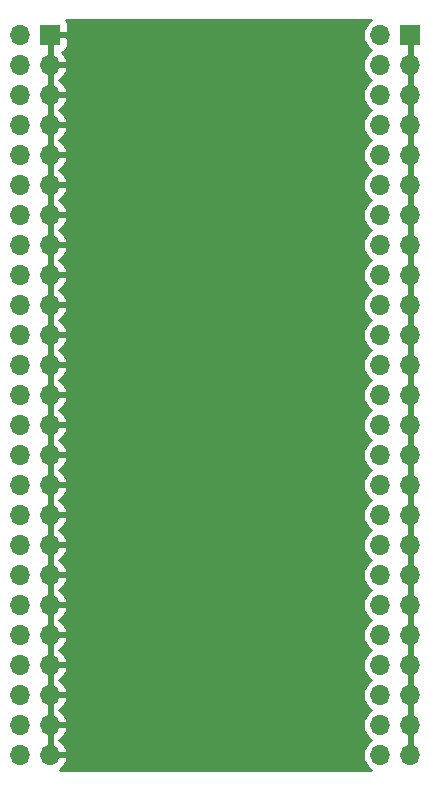
<source format=gbr>
G04 #@! TF.GenerationSoftware,KiCad,Pcbnew,(5.1.5)-3*
G04 #@! TF.CreationDate,2020-03-01T15:46:39+00:00*
G04 #@! TF.ProjectId,SCSIConnector,53435349-436f-46e6-9e65-63746f722e6b,rev?*
G04 #@! TF.SameCoordinates,Original*
G04 #@! TF.FileFunction,Copper,L2,Bot*
G04 #@! TF.FilePolarity,Positive*
%FSLAX46Y46*%
G04 Gerber Fmt 4.6, Leading zero omitted, Abs format (unit mm)*
G04 Created by KiCad (PCBNEW (5.1.5)-3) date 2020-03-01 15:46:39*
%MOMM*%
%LPD*%
G04 APERTURE LIST*
%ADD10O,1.700000X1.700000*%
%ADD11R,1.700000X1.700000*%
%ADD12C,0.250000*%
%ADD13C,0.254000*%
G04 APERTURE END LIST*
D10*
X148590000Y-91440000D03*
X151130000Y-91440000D03*
X148590000Y-88900000D03*
X151130000Y-88900000D03*
X148590000Y-86360000D03*
X151130000Y-86360000D03*
X148590000Y-83820000D03*
X151130000Y-83820000D03*
X148590000Y-81280000D03*
X151130000Y-81280000D03*
X148590000Y-78740000D03*
X151130000Y-78740000D03*
X148590000Y-76200000D03*
X151130000Y-76200000D03*
X148590000Y-73660000D03*
X151130000Y-73660000D03*
X148590000Y-71120000D03*
X151130000Y-71120000D03*
X148590000Y-68580000D03*
X151130000Y-68580000D03*
X148590000Y-66040000D03*
X151130000Y-66040000D03*
X148590000Y-63500000D03*
X151130000Y-63500000D03*
X148590000Y-60960000D03*
X151130000Y-60960000D03*
X148590000Y-58420000D03*
X151130000Y-58420000D03*
X148590000Y-55880000D03*
X151130000Y-55880000D03*
X148590000Y-53340000D03*
X151130000Y-53340000D03*
X148590000Y-50800000D03*
X151130000Y-50800000D03*
X148590000Y-48260000D03*
X151130000Y-48260000D03*
X148590000Y-45720000D03*
X151130000Y-45720000D03*
X148590000Y-43180000D03*
X151130000Y-43180000D03*
X148590000Y-40640000D03*
X151130000Y-40640000D03*
X148590000Y-38100000D03*
X151130000Y-38100000D03*
X148590000Y-35560000D03*
X151130000Y-35560000D03*
X148590000Y-33020000D03*
X151130000Y-33020000D03*
X148590000Y-30480000D03*
D11*
X151130000Y-30480000D03*
D10*
X118110000Y-91440000D03*
X120650000Y-91440000D03*
X118110000Y-88900000D03*
X120650000Y-88900000D03*
X118110000Y-86360000D03*
X120650000Y-86360000D03*
X118110000Y-83820000D03*
X120650000Y-83820000D03*
X118110000Y-81280000D03*
X120650000Y-81280000D03*
X118110000Y-78740000D03*
X120650000Y-78740000D03*
X118110000Y-76200000D03*
X120650000Y-76200000D03*
X118110000Y-73660000D03*
X120650000Y-73660000D03*
X118110000Y-71120000D03*
X120650000Y-71120000D03*
X118110000Y-68580000D03*
X120650000Y-68580000D03*
X118110000Y-66040000D03*
X120650000Y-66040000D03*
X118110000Y-63500000D03*
X120650000Y-63500000D03*
X118110000Y-60960000D03*
X120650000Y-60960000D03*
X118110000Y-58420000D03*
X120650000Y-58420000D03*
X118110000Y-55880000D03*
X120650000Y-55880000D03*
X118110000Y-53340000D03*
X120650000Y-53340000D03*
X118110000Y-50800000D03*
X120650000Y-50800000D03*
X118110000Y-48260000D03*
X120650000Y-48260000D03*
X118110000Y-45720000D03*
X120650000Y-45720000D03*
X118110000Y-43180000D03*
X120650000Y-43180000D03*
X118110000Y-40640000D03*
X120650000Y-40640000D03*
X118110000Y-38100000D03*
X120650000Y-38100000D03*
X118110000Y-35560000D03*
X120650000Y-35560000D03*
X118110000Y-33020000D03*
X120650000Y-33020000D03*
X118110000Y-30480000D03*
D11*
X120650000Y-30480000D03*
D12*
X151130000Y-30480000D02*
X151130000Y-91440000D01*
X120650000Y-31580000D02*
X120650000Y-91440000D01*
X120650000Y-30480000D02*
X120650000Y-31580000D01*
D13*
G36*
X147643368Y-29326525D02*
G01*
X147436525Y-29533368D01*
X147274010Y-29776589D01*
X147162068Y-30046842D01*
X147105000Y-30333740D01*
X147105000Y-30626260D01*
X147162068Y-30913158D01*
X147274010Y-31183411D01*
X147436525Y-31426632D01*
X147643368Y-31633475D01*
X147817760Y-31750000D01*
X147643368Y-31866525D01*
X147436525Y-32073368D01*
X147274010Y-32316589D01*
X147162068Y-32586842D01*
X147105000Y-32873740D01*
X147105000Y-33166260D01*
X147162068Y-33453158D01*
X147274010Y-33723411D01*
X147436525Y-33966632D01*
X147643368Y-34173475D01*
X147817760Y-34290000D01*
X147643368Y-34406525D01*
X147436525Y-34613368D01*
X147274010Y-34856589D01*
X147162068Y-35126842D01*
X147105000Y-35413740D01*
X147105000Y-35706260D01*
X147162068Y-35993158D01*
X147274010Y-36263411D01*
X147436525Y-36506632D01*
X147643368Y-36713475D01*
X147817760Y-36830000D01*
X147643368Y-36946525D01*
X147436525Y-37153368D01*
X147274010Y-37396589D01*
X147162068Y-37666842D01*
X147105000Y-37953740D01*
X147105000Y-38246260D01*
X147162068Y-38533158D01*
X147274010Y-38803411D01*
X147436525Y-39046632D01*
X147643368Y-39253475D01*
X147817760Y-39370000D01*
X147643368Y-39486525D01*
X147436525Y-39693368D01*
X147274010Y-39936589D01*
X147162068Y-40206842D01*
X147105000Y-40493740D01*
X147105000Y-40786260D01*
X147162068Y-41073158D01*
X147274010Y-41343411D01*
X147436525Y-41586632D01*
X147643368Y-41793475D01*
X147817760Y-41910000D01*
X147643368Y-42026525D01*
X147436525Y-42233368D01*
X147274010Y-42476589D01*
X147162068Y-42746842D01*
X147105000Y-43033740D01*
X147105000Y-43326260D01*
X147162068Y-43613158D01*
X147274010Y-43883411D01*
X147436525Y-44126632D01*
X147643368Y-44333475D01*
X147817760Y-44450000D01*
X147643368Y-44566525D01*
X147436525Y-44773368D01*
X147274010Y-45016589D01*
X147162068Y-45286842D01*
X147105000Y-45573740D01*
X147105000Y-45866260D01*
X147162068Y-46153158D01*
X147274010Y-46423411D01*
X147436525Y-46666632D01*
X147643368Y-46873475D01*
X147817760Y-46990000D01*
X147643368Y-47106525D01*
X147436525Y-47313368D01*
X147274010Y-47556589D01*
X147162068Y-47826842D01*
X147105000Y-48113740D01*
X147105000Y-48406260D01*
X147162068Y-48693158D01*
X147274010Y-48963411D01*
X147436525Y-49206632D01*
X147643368Y-49413475D01*
X147817760Y-49530000D01*
X147643368Y-49646525D01*
X147436525Y-49853368D01*
X147274010Y-50096589D01*
X147162068Y-50366842D01*
X147105000Y-50653740D01*
X147105000Y-50946260D01*
X147162068Y-51233158D01*
X147274010Y-51503411D01*
X147436525Y-51746632D01*
X147643368Y-51953475D01*
X147817760Y-52070000D01*
X147643368Y-52186525D01*
X147436525Y-52393368D01*
X147274010Y-52636589D01*
X147162068Y-52906842D01*
X147105000Y-53193740D01*
X147105000Y-53486260D01*
X147162068Y-53773158D01*
X147274010Y-54043411D01*
X147436525Y-54286632D01*
X147643368Y-54493475D01*
X147817760Y-54610000D01*
X147643368Y-54726525D01*
X147436525Y-54933368D01*
X147274010Y-55176589D01*
X147162068Y-55446842D01*
X147105000Y-55733740D01*
X147105000Y-56026260D01*
X147162068Y-56313158D01*
X147274010Y-56583411D01*
X147436525Y-56826632D01*
X147643368Y-57033475D01*
X147817760Y-57150000D01*
X147643368Y-57266525D01*
X147436525Y-57473368D01*
X147274010Y-57716589D01*
X147162068Y-57986842D01*
X147105000Y-58273740D01*
X147105000Y-58566260D01*
X147162068Y-58853158D01*
X147274010Y-59123411D01*
X147436525Y-59366632D01*
X147643368Y-59573475D01*
X147817760Y-59690000D01*
X147643368Y-59806525D01*
X147436525Y-60013368D01*
X147274010Y-60256589D01*
X147162068Y-60526842D01*
X147105000Y-60813740D01*
X147105000Y-61106260D01*
X147162068Y-61393158D01*
X147274010Y-61663411D01*
X147436525Y-61906632D01*
X147643368Y-62113475D01*
X147817760Y-62230000D01*
X147643368Y-62346525D01*
X147436525Y-62553368D01*
X147274010Y-62796589D01*
X147162068Y-63066842D01*
X147105000Y-63353740D01*
X147105000Y-63646260D01*
X147162068Y-63933158D01*
X147274010Y-64203411D01*
X147436525Y-64446632D01*
X147643368Y-64653475D01*
X147817760Y-64770000D01*
X147643368Y-64886525D01*
X147436525Y-65093368D01*
X147274010Y-65336589D01*
X147162068Y-65606842D01*
X147105000Y-65893740D01*
X147105000Y-66186260D01*
X147162068Y-66473158D01*
X147274010Y-66743411D01*
X147436525Y-66986632D01*
X147643368Y-67193475D01*
X147817760Y-67310000D01*
X147643368Y-67426525D01*
X147436525Y-67633368D01*
X147274010Y-67876589D01*
X147162068Y-68146842D01*
X147105000Y-68433740D01*
X147105000Y-68726260D01*
X147162068Y-69013158D01*
X147274010Y-69283411D01*
X147436525Y-69526632D01*
X147643368Y-69733475D01*
X147817760Y-69850000D01*
X147643368Y-69966525D01*
X147436525Y-70173368D01*
X147274010Y-70416589D01*
X147162068Y-70686842D01*
X147105000Y-70973740D01*
X147105000Y-71266260D01*
X147162068Y-71553158D01*
X147274010Y-71823411D01*
X147436525Y-72066632D01*
X147643368Y-72273475D01*
X147817760Y-72390000D01*
X147643368Y-72506525D01*
X147436525Y-72713368D01*
X147274010Y-72956589D01*
X147162068Y-73226842D01*
X147105000Y-73513740D01*
X147105000Y-73806260D01*
X147162068Y-74093158D01*
X147274010Y-74363411D01*
X147436525Y-74606632D01*
X147643368Y-74813475D01*
X147817760Y-74930000D01*
X147643368Y-75046525D01*
X147436525Y-75253368D01*
X147274010Y-75496589D01*
X147162068Y-75766842D01*
X147105000Y-76053740D01*
X147105000Y-76346260D01*
X147162068Y-76633158D01*
X147274010Y-76903411D01*
X147436525Y-77146632D01*
X147643368Y-77353475D01*
X147817760Y-77470000D01*
X147643368Y-77586525D01*
X147436525Y-77793368D01*
X147274010Y-78036589D01*
X147162068Y-78306842D01*
X147105000Y-78593740D01*
X147105000Y-78886260D01*
X147162068Y-79173158D01*
X147274010Y-79443411D01*
X147436525Y-79686632D01*
X147643368Y-79893475D01*
X147817760Y-80010000D01*
X147643368Y-80126525D01*
X147436525Y-80333368D01*
X147274010Y-80576589D01*
X147162068Y-80846842D01*
X147105000Y-81133740D01*
X147105000Y-81426260D01*
X147162068Y-81713158D01*
X147274010Y-81983411D01*
X147436525Y-82226632D01*
X147643368Y-82433475D01*
X147817760Y-82550000D01*
X147643368Y-82666525D01*
X147436525Y-82873368D01*
X147274010Y-83116589D01*
X147162068Y-83386842D01*
X147105000Y-83673740D01*
X147105000Y-83966260D01*
X147162068Y-84253158D01*
X147274010Y-84523411D01*
X147436525Y-84766632D01*
X147643368Y-84973475D01*
X147817760Y-85090000D01*
X147643368Y-85206525D01*
X147436525Y-85413368D01*
X147274010Y-85656589D01*
X147162068Y-85926842D01*
X147105000Y-86213740D01*
X147105000Y-86506260D01*
X147162068Y-86793158D01*
X147274010Y-87063411D01*
X147436525Y-87306632D01*
X147643368Y-87513475D01*
X147817760Y-87630000D01*
X147643368Y-87746525D01*
X147436525Y-87953368D01*
X147274010Y-88196589D01*
X147162068Y-88466842D01*
X147105000Y-88753740D01*
X147105000Y-89046260D01*
X147162068Y-89333158D01*
X147274010Y-89603411D01*
X147436525Y-89846632D01*
X147643368Y-90053475D01*
X147817760Y-90170000D01*
X147643368Y-90286525D01*
X147436525Y-90493368D01*
X147274010Y-90736589D01*
X147162068Y-91006842D01*
X147105000Y-91293740D01*
X147105000Y-91586260D01*
X147162068Y-91873158D01*
X147274010Y-92143411D01*
X147436525Y-92386632D01*
X147643368Y-92593475D01*
X147780345Y-92685000D01*
X121447715Y-92685000D01*
X121531355Y-92635178D01*
X121747588Y-92440269D01*
X121921641Y-92206920D01*
X122046825Y-91944099D01*
X122091476Y-91796890D01*
X121970155Y-91567000D01*
X120777000Y-91567000D01*
X120777000Y-91587000D01*
X120523000Y-91587000D01*
X120523000Y-91567000D01*
X120503000Y-91567000D01*
X120503000Y-91313000D01*
X120523000Y-91313000D01*
X120523000Y-89027000D01*
X120777000Y-89027000D01*
X120777000Y-91313000D01*
X121970155Y-91313000D01*
X122091476Y-91083110D01*
X122046825Y-90935901D01*
X121921641Y-90673080D01*
X121747588Y-90439731D01*
X121531355Y-90244822D01*
X121405745Y-90170000D01*
X121531355Y-90095178D01*
X121747588Y-89900269D01*
X121921641Y-89666920D01*
X122046825Y-89404099D01*
X122091476Y-89256890D01*
X121970155Y-89027000D01*
X120777000Y-89027000D01*
X120523000Y-89027000D01*
X120503000Y-89027000D01*
X120503000Y-88773000D01*
X120523000Y-88773000D01*
X120523000Y-86487000D01*
X120777000Y-86487000D01*
X120777000Y-88773000D01*
X121970155Y-88773000D01*
X122091476Y-88543110D01*
X122046825Y-88395901D01*
X121921641Y-88133080D01*
X121747588Y-87899731D01*
X121531355Y-87704822D01*
X121405745Y-87630000D01*
X121531355Y-87555178D01*
X121747588Y-87360269D01*
X121921641Y-87126920D01*
X122046825Y-86864099D01*
X122091476Y-86716890D01*
X121970155Y-86487000D01*
X120777000Y-86487000D01*
X120523000Y-86487000D01*
X120503000Y-86487000D01*
X120503000Y-86233000D01*
X120523000Y-86233000D01*
X120523000Y-83947000D01*
X120777000Y-83947000D01*
X120777000Y-86233000D01*
X121970155Y-86233000D01*
X122091476Y-86003110D01*
X122046825Y-85855901D01*
X121921641Y-85593080D01*
X121747588Y-85359731D01*
X121531355Y-85164822D01*
X121405745Y-85090000D01*
X121531355Y-85015178D01*
X121747588Y-84820269D01*
X121921641Y-84586920D01*
X122046825Y-84324099D01*
X122091476Y-84176890D01*
X121970155Y-83947000D01*
X120777000Y-83947000D01*
X120523000Y-83947000D01*
X120503000Y-83947000D01*
X120503000Y-83693000D01*
X120523000Y-83693000D01*
X120523000Y-81407000D01*
X120777000Y-81407000D01*
X120777000Y-83693000D01*
X121970155Y-83693000D01*
X122091476Y-83463110D01*
X122046825Y-83315901D01*
X121921641Y-83053080D01*
X121747588Y-82819731D01*
X121531355Y-82624822D01*
X121405745Y-82550000D01*
X121531355Y-82475178D01*
X121747588Y-82280269D01*
X121921641Y-82046920D01*
X122046825Y-81784099D01*
X122091476Y-81636890D01*
X121970155Y-81407000D01*
X120777000Y-81407000D01*
X120523000Y-81407000D01*
X120503000Y-81407000D01*
X120503000Y-81153000D01*
X120523000Y-81153000D01*
X120523000Y-78867000D01*
X120777000Y-78867000D01*
X120777000Y-81153000D01*
X121970155Y-81153000D01*
X122091476Y-80923110D01*
X122046825Y-80775901D01*
X121921641Y-80513080D01*
X121747588Y-80279731D01*
X121531355Y-80084822D01*
X121405745Y-80010000D01*
X121531355Y-79935178D01*
X121747588Y-79740269D01*
X121921641Y-79506920D01*
X122046825Y-79244099D01*
X122091476Y-79096890D01*
X121970155Y-78867000D01*
X120777000Y-78867000D01*
X120523000Y-78867000D01*
X120503000Y-78867000D01*
X120503000Y-78613000D01*
X120523000Y-78613000D01*
X120523000Y-76327000D01*
X120777000Y-76327000D01*
X120777000Y-78613000D01*
X121970155Y-78613000D01*
X122091476Y-78383110D01*
X122046825Y-78235901D01*
X121921641Y-77973080D01*
X121747588Y-77739731D01*
X121531355Y-77544822D01*
X121405745Y-77470000D01*
X121531355Y-77395178D01*
X121747588Y-77200269D01*
X121921641Y-76966920D01*
X122046825Y-76704099D01*
X122091476Y-76556890D01*
X121970155Y-76327000D01*
X120777000Y-76327000D01*
X120523000Y-76327000D01*
X120503000Y-76327000D01*
X120503000Y-76073000D01*
X120523000Y-76073000D01*
X120523000Y-73787000D01*
X120777000Y-73787000D01*
X120777000Y-76073000D01*
X121970155Y-76073000D01*
X122091476Y-75843110D01*
X122046825Y-75695901D01*
X121921641Y-75433080D01*
X121747588Y-75199731D01*
X121531355Y-75004822D01*
X121405745Y-74930000D01*
X121531355Y-74855178D01*
X121747588Y-74660269D01*
X121921641Y-74426920D01*
X122046825Y-74164099D01*
X122091476Y-74016890D01*
X121970155Y-73787000D01*
X120777000Y-73787000D01*
X120523000Y-73787000D01*
X120503000Y-73787000D01*
X120503000Y-73533000D01*
X120523000Y-73533000D01*
X120523000Y-71247000D01*
X120777000Y-71247000D01*
X120777000Y-73533000D01*
X121970155Y-73533000D01*
X122091476Y-73303110D01*
X122046825Y-73155901D01*
X121921641Y-72893080D01*
X121747588Y-72659731D01*
X121531355Y-72464822D01*
X121405745Y-72390000D01*
X121531355Y-72315178D01*
X121747588Y-72120269D01*
X121921641Y-71886920D01*
X122046825Y-71624099D01*
X122091476Y-71476890D01*
X121970155Y-71247000D01*
X120777000Y-71247000D01*
X120523000Y-71247000D01*
X120503000Y-71247000D01*
X120503000Y-70993000D01*
X120523000Y-70993000D01*
X120523000Y-68707000D01*
X120777000Y-68707000D01*
X120777000Y-70993000D01*
X121970155Y-70993000D01*
X122091476Y-70763110D01*
X122046825Y-70615901D01*
X121921641Y-70353080D01*
X121747588Y-70119731D01*
X121531355Y-69924822D01*
X121405745Y-69850000D01*
X121531355Y-69775178D01*
X121747588Y-69580269D01*
X121921641Y-69346920D01*
X122046825Y-69084099D01*
X122091476Y-68936890D01*
X121970155Y-68707000D01*
X120777000Y-68707000D01*
X120523000Y-68707000D01*
X120503000Y-68707000D01*
X120503000Y-68453000D01*
X120523000Y-68453000D01*
X120523000Y-66167000D01*
X120777000Y-66167000D01*
X120777000Y-68453000D01*
X121970155Y-68453000D01*
X122091476Y-68223110D01*
X122046825Y-68075901D01*
X121921641Y-67813080D01*
X121747588Y-67579731D01*
X121531355Y-67384822D01*
X121405745Y-67310000D01*
X121531355Y-67235178D01*
X121747588Y-67040269D01*
X121921641Y-66806920D01*
X122046825Y-66544099D01*
X122091476Y-66396890D01*
X121970155Y-66167000D01*
X120777000Y-66167000D01*
X120523000Y-66167000D01*
X120503000Y-66167000D01*
X120503000Y-65913000D01*
X120523000Y-65913000D01*
X120523000Y-63627000D01*
X120777000Y-63627000D01*
X120777000Y-65913000D01*
X121970155Y-65913000D01*
X122091476Y-65683110D01*
X122046825Y-65535901D01*
X121921641Y-65273080D01*
X121747588Y-65039731D01*
X121531355Y-64844822D01*
X121405745Y-64770000D01*
X121531355Y-64695178D01*
X121747588Y-64500269D01*
X121921641Y-64266920D01*
X122046825Y-64004099D01*
X122091476Y-63856890D01*
X121970155Y-63627000D01*
X120777000Y-63627000D01*
X120523000Y-63627000D01*
X120503000Y-63627000D01*
X120503000Y-63373000D01*
X120523000Y-63373000D01*
X120523000Y-61087000D01*
X120777000Y-61087000D01*
X120777000Y-63373000D01*
X121970155Y-63373000D01*
X122091476Y-63143110D01*
X122046825Y-62995901D01*
X121921641Y-62733080D01*
X121747588Y-62499731D01*
X121531355Y-62304822D01*
X121405745Y-62230000D01*
X121531355Y-62155178D01*
X121747588Y-61960269D01*
X121921641Y-61726920D01*
X122046825Y-61464099D01*
X122091476Y-61316890D01*
X121970155Y-61087000D01*
X120777000Y-61087000D01*
X120523000Y-61087000D01*
X120503000Y-61087000D01*
X120503000Y-60833000D01*
X120523000Y-60833000D01*
X120523000Y-58547000D01*
X120777000Y-58547000D01*
X120777000Y-60833000D01*
X121970155Y-60833000D01*
X122091476Y-60603110D01*
X122046825Y-60455901D01*
X121921641Y-60193080D01*
X121747588Y-59959731D01*
X121531355Y-59764822D01*
X121405745Y-59690000D01*
X121531355Y-59615178D01*
X121747588Y-59420269D01*
X121921641Y-59186920D01*
X122046825Y-58924099D01*
X122091476Y-58776890D01*
X121970155Y-58547000D01*
X120777000Y-58547000D01*
X120523000Y-58547000D01*
X120503000Y-58547000D01*
X120503000Y-58293000D01*
X120523000Y-58293000D01*
X120523000Y-56007000D01*
X120777000Y-56007000D01*
X120777000Y-58293000D01*
X121970155Y-58293000D01*
X122091476Y-58063110D01*
X122046825Y-57915901D01*
X121921641Y-57653080D01*
X121747588Y-57419731D01*
X121531355Y-57224822D01*
X121405745Y-57150000D01*
X121531355Y-57075178D01*
X121747588Y-56880269D01*
X121921641Y-56646920D01*
X122046825Y-56384099D01*
X122091476Y-56236890D01*
X121970155Y-56007000D01*
X120777000Y-56007000D01*
X120523000Y-56007000D01*
X120503000Y-56007000D01*
X120503000Y-55753000D01*
X120523000Y-55753000D01*
X120523000Y-53467000D01*
X120777000Y-53467000D01*
X120777000Y-55753000D01*
X121970155Y-55753000D01*
X122091476Y-55523110D01*
X122046825Y-55375901D01*
X121921641Y-55113080D01*
X121747588Y-54879731D01*
X121531355Y-54684822D01*
X121405745Y-54610000D01*
X121531355Y-54535178D01*
X121747588Y-54340269D01*
X121921641Y-54106920D01*
X122046825Y-53844099D01*
X122091476Y-53696890D01*
X121970155Y-53467000D01*
X120777000Y-53467000D01*
X120523000Y-53467000D01*
X120503000Y-53467000D01*
X120503000Y-53213000D01*
X120523000Y-53213000D01*
X120523000Y-50927000D01*
X120777000Y-50927000D01*
X120777000Y-53213000D01*
X121970155Y-53213000D01*
X122091476Y-52983110D01*
X122046825Y-52835901D01*
X121921641Y-52573080D01*
X121747588Y-52339731D01*
X121531355Y-52144822D01*
X121405745Y-52070000D01*
X121531355Y-51995178D01*
X121747588Y-51800269D01*
X121921641Y-51566920D01*
X122046825Y-51304099D01*
X122091476Y-51156890D01*
X121970155Y-50927000D01*
X120777000Y-50927000D01*
X120523000Y-50927000D01*
X120503000Y-50927000D01*
X120503000Y-50673000D01*
X120523000Y-50673000D01*
X120523000Y-48387000D01*
X120777000Y-48387000D01*
X120777000Y-50673000D01*
X121970155Y-50673000D01*
X122091476Y-50443110D01*
X122046825Y-50295901D01*
X121921641Y-50033080D01*
X121747588Y-49799731D01*
X121531355Y-49604822D01*
X121405745Y-49530000D01*
X121531355Y-49455178D01*
X121747588Y-49260269D01*
X121921641Y-49026920D01*
X122046825Y-48764099D01*
X122091476Y-48616890D01*
X121970155Y-48387000D01*
X120777000Y-48387000D01*
X120523000Y-48387000D01*
X120503000Y-48387000D01*
X120503000Y-48133000D01*
X120523000Y-48133000D01*
X120523000Y-45847000D01*
X120777000Y-45847000D01*
X120777000Y-48133000D01*
X121970155Y-48133000D01*
X122091476Y-47903110D01*
X122046825Y-47755901D01*
X121921641Y-47493080D01*
X121747588Y-47259731D01*
X121531355Y-47064822D01*
X121405745Y-46990000D01*
X121531355Y-46915178D01*
X121747588Y-46720269D01*
X121921641Y-46486920D01*
X122046825Y-46224099D01*
X122091476Y-46076890D01*
X121970155Y-45847000D01*
X120777000Y-45847000D01*
X120523000Y-45847000D01*
X120503000Y-45847000D01*
X120503000Y-45593000D01*
X120523000Y-45593000D01*
X120523000Y-43307000D01*
X120777000Y-43307000D01*
X120777000Y-45593000D01*
X121970155Y-45593000D01*
X122091476Y-45363110D01*
X122046825Y-45215901D01*
X121921641Y-44953080D01*
X121747588Y-44719731D01*
X121531355Y-44524822D01*
X121405745Y-44450000D01*
X121531355Y-44375178D01*
X121747588Y-44180269D01*
X121921641Y-43946920D01*
X122046825Y-43684099D01*
X122091476Y-43536890D01*
X121970155Y-43307000D01*
X120777000Y-43307000D01*
X120523000Y-43307000D01*
X120503000Y-43307000D01*
X120503000Y-43053000D01*
X120523000Y-43053000D01*
X120523000Y-40767000D01*
X120777000Y-40767000D01*
X120777000Y-43053000D01*
X121970155Y-43053000D01*
X122091476Y-42823110D01*
X122046825Y-42675901D01*
X121921641Y-42413080D01*
X121747588Y-42179731D01*
X121531355Y-41984822D01*
X121405745Y-41910000D01*
X121531355Y-41835178D01*
X121747588Y-41640269D01*
X121921641Y-41406920D01*
X122046825Y-41144099D01*
X122091476Y-40996890D01*
X121970155Y-40767000D01*
X120777000Y-40767000D01*
X120523000Y-40767000D01*
X120503000Y-40767000D01*
X120503000Y-40513000D01*
X120523000Y-40513000D01*
X120523000Y-38227000D01*
X120777000Y-38227000D01*
X120777000Y-40513000D01*
X121970155Y-40513000D01*
X122091476Y-40283110D01*
X122046825Y-40135901D01*
X121921641Y-39873080D01*
X121747588Y-39639731D01*
X121531355Y-39444822D01*
X121405745Y-39370000D01*
X121531355Y-39295178D01*
X121747588Y-39100269D01*
X121921641Y-38866920D01*
X122046825Y-38604099D01*
X122091476Y-38456890D01*
X121970155Y-38227000D01*
X120777000Y-38227000D01*
X120523000Y-38227000D01*
X120503000Y-38227000D01*
X120503000Y-37973000D01*
X120523000Y-37973000D01*
X120523000Y-35687000D01*
X120777000Y-35687000D01*
X120777000Y-37973000D01*
X121970155Y-37973000D01*
X122091476Y-37743110D01*
X122046825Y-37595901D01*
X121921641Y-37333080D01*
X121747588Y-37099731D01*
X121531355Y-36904822D01*
X121405745Y-36830000D01*
X121531355Y-36755178D01*
X121747588Y-36560269D01*
X121921641Y-36326920D01*
X122046825Y-36064099D01*
X122091476Y-35916890D01*
X121970155Y-35687000D01*
X120777000Y-35687000D01*
X120523000Y-35687000D01*
X120503000Y-35687000D01*
X120503000Y-35433000D01*
X120523000Y-35433000D01*
X120523000Y-33147000D01*
X120777000Y-33147000D01*
X120777000Y-35433000D01*
X121970155Y-35433000D01*
X122091476Y-35203110D01*
X122046825Y-35055901D01*
X121921641Y-34793080D01*
X121747588Y-34559731D01*
X121531355Y-34364822D01*
X121405745Y-34290000D01*
X121531355Y-34215178D01*
X121747588Y-34020269D01*
X121921641Y-33786920D01*
X122046825Y-33524099D01*
X122091476Y-33376890D01*
X121970155Y-33147000D01*
X120777000Y-33147000D01*
X120523000Y-33147000D01*
X120503000Y-33147000D01*
X120503000Y-32893000D01*
X120523000Y-32893000D01*
X120523000Y-30607000D01*
X120777000Y-30607000D01*
X120777000Y-32893000D01*
X121970155Y-32893000D01*
X122091476Y-32663110D01*
X122046825Y-32515901D01*
X121921641Y-32253080D01*
X121747588Y-32019731D01*
X121663534Y-31943966D01*
X121744180Y-31919502D01*
X121854494Y-31860537D01*
X121951185Y-31781185D01*
X122030537Y-31684494D01*
X122089502Y-31574180D01*
X122125812Y-31454482D01*
X122138072Y-31330000D01*
X122135000Y-30765750D01*
X121976250Y-30607000D01*
X120777000Y-30607000D01*
X120523000Y-30607000D01*
X120503000Y-30607000D01*
X120503000Y-30353000D01*
X120523000Y-30353000D01*
X120523000Y-30333000D01*
X120777000Y-30333000D01*
X120777000Y-30353000D01*
X121976250Y-30353000D01*
X122135000Y-30194250D01*
X122138072Y-29630000D01*
X122125812Y-29505518D01*
X122089502Y-29385820D01*
X122030537Y-29275506D01*
X121997295Y-29235000D01*
X147780345Y-29235000D01*
X147643368Y-29326525D01*
G37*
X147643368Y-29326525D02*
X147436525Y-29533368D01*
X147274010Y-29776589D01*
X147162068Y-30046842D01*
X147105000Y-30333740D01*
X147105000Y-30626260D01*
X147162068Y-30913158D01*
X147274010Y-31183411D01*
X147436525Y-31426632D01*
X147643368Y-31633475D01*
X147817760Y-31750000D01*
X147643368Y-31866525D01*
X147436525Y-32073368D01*
X147274010Y-32316589D01*
X147162068Y-32586842D01*
X147105000Y-32873740D01*
X147105000Y-33166260D01*
X147162068Y-33453158D01*
X147274010Y-33723411D01*
X147436525Y-33966632D01*
X147643368Y-34173475D01*
X147817760Y-34290000D01*
X147643368Y-34406525D01*
X147436525Y-34613368D01*
X147274010Y-34856589D01*
X147162068Y-35126842D01*
X147105000Y-35413740D01*
X147105000Y-35706260D01*
X147162068Y-35993158D01*
X147274010Y-36263411D01*
X147436525Y-36506632D01*
X147643368Y-36713475D01*
X147817760Y-36830000D01*
X147643368Y-36946525D01*
X147436525Y-37153368D01*
X147274010Y-37396589D01*
X147162068Y-37666842D01*
X147105000Y-37953740D01*
X147105000Y-38246260D01*
X147162068Y-38533158D01*
X147274010Y-38803411D01*
X147436525Y-39046632D01*
X147643368Y-39253475D01*
X147817760Y-39370000D01*
X147643368Y-39486525D01*
X147436525Y-39693368D01*
X147274010Y-39936589D01*
X147162068Y-40206842D01*
X147105000Y-40493740D01*
X147105000Y-40786260D01*
X147162068Y-41073158D01*
X147274010Y-41343411D01*
X147436525Y-41586632D01*
X147643368Y-41793475D01*
X147817760Y-41910000D01*
X147643368Y-42026525D01*
X147436525Y-42233368D01*
X147274010Y-42476589D01*
X147162068Y-42746842D01*
X147105000Y-43033740D01*
X147105000Y-43326260D01*
X147162068Y-43613158D01*
X147274010Y-43883411D01*
X147436525Y-44126632D01*
X147643368Y-44333475D01*
X147817760Y-44450000D01*
X147643368Y-44566525D01*
X147436525Y-44773368D01*
X147274010Y-45016589D01*
X147162068Y-45286842D01*
X147105000Y-45573740D01*
X147105000Y-45866260D01*
X147162068Y-46153158D01*
X147274010Y-46423411D01*
X147436525Y-46666632D01*
X147643368Y-46873475D01*
X147817760Y-46990000D01*
X147643368Y-47106525D01*
X147436525Y-47313368D01*
X147274010Y-47556589D01*
X147162068Y-47826842D01*
X147105000Y-48113740D01*
X147105000Y-48406260D01*
X147162068Y-48693158D01*
X147274010Y-48963411D01*
X147436525Y-49206632D01*
X147643368Y-49413475D01*
X147817760Y-49530000D01*
X147643368Y-49646525D01*
X147436525Y-49853368D01*
X147274010Y-50096589D01*
X147162068Y-50366842D01*
X147105000Y-50653740D01*
X147105000Y-50946260D01*
X147162068Y-51233158D01*
X147274010Y-51503411D01*
X147436525Y-51746632D01*
X147643368Y-51953475D01*
X147817760Y-52070000D01*
X147643368Y-52186525D01*
X147436525Y-52393368D01*
X147274010Y-52636589D01*
X147162068Y-52906842D01*
X147105000Y-53193740D01*
X147105000Y-53486260D01*
X147162068Y-53773158D01*
X147274010Y-54043411D01*
X147436525Y-54286632D01*
X147643368Y-54493475D01*
X147817760Y-54610000D01*
X147643368Y-54726525D01*
X147436525Y-54933368D01*
X147274010Y-55176589D01*
X147162068Y-55446842D01*
X147105000Y-55733740D01*
X147105000Y-56026260D01*
X147162068Y-56313158D01*
X147274010Y-56583411D01*
X147436525Y-56826632D01*
X147643368Y-57033475D01*
X147817760Y-57150000D01*
X147643368Y-57266525D01*
X147436525Y-57473368D01*
X147274010Y-57716589D01*
X147162068Y-57986842D01*
X147105000Y-58273740D01*
X147105000Y-58566260D01*
X147162068Y-58853158D01*
X147274010Y-59123411D01*
X147436525Y-59366632D01*
X147643368Y-59573475D01*
X147817760Y-59690000D01*
X147643368Y-59806525D01*
X147436525Y-60013368D01*
X147274010Y-60256589D01*
X147162068Y-60526842D01*
X147105000Y-60813740D01*
X147105000Y-61106260D01*
X147162068Y-61393158D01*
X147274010Y-61663411D01*
X147436525Y-61906632D01*
X147643368Y-62113475D01*
X147817760Y-62230000D01*
X147643368Y-62346525D01*
X147436525Y-62553368D01*
X147274010Y-62796589D01*
X147162068Y-63066842D01*
X147105000Y-63353740D01*
X147105000Y-63646260D01*
X147162068Y-63933158D01*
X147274010Y-64203411D01*
X147436525Y-64446632D01*
X147643368Y-64653475D01*
X147817760Y-64770000D01*
X147643368Y-64886525D01*
X147436525Y-65093368D01*
X147274010Y-65336589D01*
X147162068Y-65606842D01*
X147105000Y-65893740D01*
X147105000Y-66186260D01*
X147162068Y-66473158D01*
X147274010Y-66743411D01*
X147436525Y-66986632D01*
X147643368Y-67193475D01*
X147817760Y-67310000D01*
X147643368Y-67426525D01*
X147436525Y-67633368D01*
X147274010Y-67876589D01*
X147162068Y-68146842D01*
X147105000Y-68433740D01*
X147105000Y-68726260D01*
X147162068Y-69013158D01*
X147274010Y-69283411D01*
X147436525Y-69526632D01*
X147643368Y-69733475D01*
X147817760Y-69850000D01*
X147643368Y-69966525D01*
X147436525Y-70173368D01*
X147274010Y-70416589D01*
X147162068Y-70686842D01*
X147105000Y-70973740D01*
X147105000Y-71266260D01*
X147162068Y-71553158D01*
X147274010Y-71823411D01*
X147436525Y-72066632D01*
X147643368Y-72273475D01*
X147817760Y-72390000D01*
X147643368Y-72506525D01*
X147436525Y-72713368D01*
X147274010Y-72956589D01*
X147162068Y-73226842D01*
X147105000Y-73513740D01*
X147105000Y-73806260D01*
X147162068Y-74093158D01*
X147274010Y-74363411D01*
X147436525Y-74606632D01*
X147643368Y-74813475D01*
X147817760Y-74930000D01*
X147643368Y-75046525D01*
X147436525Y-75253368D01*
X147274010Y-75496589D01*
X147162068Y-75766842D01*
X147105000Y-76053740D01*
X147105000Y-76346260D01*
X147162068Y-76633158D01*
X147274010Y-76903411D01*
X147436525Y-77146632D01*
X147643368Y-77353475D01*
X147817760Y-77470000D01*
X147643368Y-77586525D01*
X147436525Y-77793368D01*
X147274010Y-78036589D01*
X147162068Y-78306842D01*
X147105000Y-78593740D01*
X147105000Y-78886260D01*
X147162068Y-79173158D01*
X147274010Y-79443411D01*
X147436525Y-79686632D01*
X147643368Y-79893475D01*
X147817760Y-80010000D01*
X147643368Y-80126525D01*
X147436525Y-80333368D01*
X147274010Y-80576589D01*
X147162068Y-80846842D01*
X147105000Y-81133740D01*
X147105000Y-81426260D01*
X147162068Y-81713158D01*
X147274010Y-81983411D01*
X147436525Y-82226632D01*
X147643368Y-82433475D01*
X147817760Y-82550000D01*
X147643368Y-82666525D01*
X147436525Y-82873368D01*
X147274010Y-83116589D01*
X147162068Y-83386842D01*
X147105000Y-83673740D01*
X147105000Y-83966260D01*
X147162068Y-84253158D01*
X147274010Y-84523411D01*
X147436525Y-84766632D01*
X147643368Y-84973475D01*
X147817760Y-85090000D01*
X147643368Y-85206525D01*
X147436525Y-85413368D01*
X147274010Y-85656589D01*
X147162068Y-85926842D01*
X147105000Y-86213740D01*
X147105000Y-86506260D01*
X147162068Y-86793158D01*
X147274010Y-87063411D01*
X147436525Y-87306632D01*
X147643368Y-87513475D01*
X147817760Y-87630000D01*
X147643368Y-87746525D01*
X147436525Y-87953368D01*
X147274010Y-88196589D01*
X147162068Y-88466842D01*
X147105000Y-88753740D01*
X147105000Y-89046260D01*
X147162068Y-89333158D01*
X147274010Y-89603411D01*
X147436525Y-89846632D01*
X147643368Y-90053475D01*
X147817760Y-90170000D01*
X147643368Y-90286525D01*
X147436525Y-90493368D01*
X147274010Y-90736589D01*
X147162068Y-91006842D01*
X147105000Y-91293740D01*
X147105000Y-91586260D01*
X147162068Y-91873158D01*
X147274010Y-92143411D01*
X147436525Y-92386632D01*
X147643368Y-92593475D01*
X147780345Y-92685000D01*
X121447715Y-92685000D01*
X121531355Y-92635178D01*
X121747588Y-92440269D01*
X121921641Y-92206920D01*
X122046825Y-91944099D01*
X122091476Y-91796890D01*
X121970155Y-91567000D01*
X120777000Y-91567000D01*
X120777000Y-91587000D01*
X120523000Y-91587000D01*
X120523000Y-91567000D01*
X120503000Y-91567000D01*
X120503000Y-91313000D01*
X120523000Y-91313000D01*
X120523000Y-89027000D01*
X120777000Y-89027000D01*
X120777000Y-91313000D01*
X121970155Y-91313000D01*
X122091476Y-91083110D01*
X122046825Y-90935901D01*
X121921641Y-90673080D01*
X121747588Y-90439731D01*
X121531355Y-90244822D01*
X121405745Y-90170000D01*
X121531355Y-90095178D01*
X121747588Y-89900269D01*
X121921641Y-89666920D01*
X122046825Y-89404099D01*
X122091476Y-89256890D01*
X121970155Y-89027000D01*
X120777000Y-89027000D01*
X120523000Y-89027000D01*
X120503000Y-89027000D01*
X120503000Y-88773000D01*
X120523000Y-88773000D01*
X120523000Y-86487000D01*
X120777000Y-86487000D01*
X120777000Y-88773000D01*
X121970155Y-88773000D01*
X122091476Y-88543110D01*
X122046825Y-88395901D01*
X121921641Y-88133080D01*
X121747588Y-87899731D01*
X121531355Y-87704822D01*
X121405745Y-87630000D01*
X121531355Y-87555178D01*
X121747588Y-87360269D01*
X121921641Y-87126920D01*
X122046825Y-86864099D01*
X122091476Y-86716890D01*
X121970155Y-86487000D01*
X120777000Y-86487000D01*
X120523000Y-86487000D01*
X120503000Y-86487000D01*
X120503000Y-86233000D01*
X120523000Y-86233000D01*
X120523000Y-83947000D01*
X120777000Y-83947000D01*
X120777000Y-86233000D01*
X121970155Y-86233000D01*
X122091476Y-86003110D01*
X122046825Y-85855901D01*
X121921641Y-85593080D01*
X121747588Y-85359731D01*
X121531355Y-85164822D01*
X121405745Y-85090000D01*
X121531355Y-85015178D01*
X121747588Y-84820269D01*
X121921641Y-84586920D01*
X122046825Y-84324099D01*
X122091476Y-84176890D01*
X121970155Y-83947000D01*
X120777000Y-83947000D01*
X120523000Y-83947000D01*
X120503000Y-83947000D01*
X120503000Y-83693000D01*
X120523000Y-83693000D01*
X120523000Y-81407000D01*
X120777000Y-81407000D01*
X120777000Y-83693000D01*
X121970155Y-83693000D01*
X122091476Y-83463110D01*
X122046825Y-83315901D01*
X121921641Y-83053080D01*
X121747588Y-82819731D01*
X121531355Y-82624822D01*
X121405745Y-82550000D01*
X121531355Y-82475178D01*
X121747588Y-82280269D01*
X121921641Y-82046920D01*
X122046825Y-81784099D01*
X122091476Y-81636890D01*
X121970155Y-81407000D01*
X120777000Y-81407000D01*
X120523000Y-81407000D01*
X120503000Y-81407000D01*
X120503000Y-81153000D01*
X120523000Y-81153000D01*
X120523000Y-78867000D01*
X120777000Y-78867000D01*
X120777000Y-81153000D01*
X121970155Y-81153000D01*
X122091476Y-80923110D01*
X122046825Y-80775901D01*
X121921641Y-80513080D01*
X121747588Y-80279731D01*
X121531355Y-80084822D01*
X121405745Y-80010000D01*
X121531355Y-79935178D01*
X121747588Y-79740269D01*
X121921641Y-79506920D01*
X122046825Y-79244099D01*
X122091476Y-79096890D01*
X121970155Y-78867000D01*
X120777000Y-78867000D01*
X120523000Y-78867000D01*
X120503000Y-78867000D01*
X120503000Y-78613000D01*
X120523000Y-78613000D01*
X120523000Y-76327000D01*
X120777000Y-76327000D01*
X120777000Y-78613000D01*
X121970155Y-78613000D01*
X122091476Y-78383110D01*
X122046825Y-78235901D01*
X121921641Y-77973080D01*
X121747588Y-77739731D01*
X121531355Y-77544822D01*
X121405745Y-77470000D01*
X121531355Y-77395178D01*
X121747588Y-77200269D01*
X121921641Y-76966920D01*
X122046825Y-76704099D01*
X122091476Y-76556890D01*
X121970155Y-76327000D01*
X120777000Y-76327000D01*
X120523000Y-76327000D01*
X120503000Y-76327000D01*
X120503000Y-76073000D01*
X120523000Y-76073000D01*
X120523000Y-73787000D01*
X120777000Y-73787000D01*
X120777000Y-76073000D01*
X121970155Y-76073000D01*
X122091476Y-75843110D01*
X122046825Y-75695901D01*
X121921641Y-75433080D01*
X121747588Y-75199731D01*
X121531355Y-75004822D01*
X121405745Y-74930000D01*
X121531355Y-74855178D01*
X121747588Y-74660269D01*
X121921641Y-74426920D01*
X122046825Y-74164099D01*
X122091476Y-74016890D01*
X121970155Y-73787000D01*
X120777000Y-73787000D01*
X120523000Y-73787000D01*
X120503000Y-73787000D01*
X120503000Y-73533000D01*
X120523000Y-73533000D01*
X120523000Y-71247000D01*
X120777000Y-71247000D01*
X120777000Y-73533000D01*
X121970155Y-73533000D01*
X122091476Y-73303110D01*
X122046825Y-73155901D01*
X121921641Y-72893080D01*
X121747588Y-72659731D01*
X121531355Y-72464822D01*
X121405745Y-72390000D01*
X121531355Y-72315178D01*
X121747588Y-72120269D01*
X121921641Y-71886920D01*
X122046825Y-71624099D01*
X122091476Y-71476890D01*
X121970155Y-71247000D01*
X120777000Y-71247000D01*
X120523000Y-71247000D01*
X120503000Y-71247000D01*
X120503000Y-70993000D01*
X120523000Y-70993000D01*
X120523000Y-68707000D01*
X120777000Y-68707000D01*
X120777000Y-70993000D01*
X121970155Y-70993000D01*
X122091476Y-70763110D01*
X122046825Y-70615901D01*
X121921641Y-70353080D01*
X121747588Y-70119731D01*
X121531355Y-69924822D01*
X121405745Y-69850000D01*
X121531355Y-69775178D01*
X121747588Y-69580269D01*
X121921641Y-69346920D01*
X122046825Y-69084099D01*
X122091476Y-68936890D01*
X121970155Y-68707000D01*
X120777000Y-68707000D01*
X120523000Y-68707000D01*
X120503000Y-68707000D01*
X120503000Y-68453000D01*
X120523000Y-68453000D01*
X120523000Y-66167000D01*
X120777000Y-66167000D01*
X120777000Y-68453000D01*
X121970155Y-68453000D01*
X122091476Y-68223110D01*
X122046825Y-68075901D01*
X121921641Y-67813080D01*
X121747588Y-67579731D01*
X121531355Y-67384822D01*
X121405745Y-67310000D01*
X121531355Y-67235178D01*
X121747588Y-67040269D01*
X121921641Y-66806920D01*
X122046825Y-66544099D01*
X122091476Y-66396890D01*
X121970155Y-66167000D01*
X120777000Y-66167000D01*
X120523000Y-66167000D01*
X120503000Y-66167000D01*
X120503000Y-65913000D01*
X120523000Y-65913000D01*
X120523000Y-63627000D01*
X120777000Y-63627000D01*
X120777000Y-65913000D01*
X121970155Y-65913000D01*
X122091476Y-65683110D01*
X122046825Y-65535901D01*
X121921641Y-65273080D01*
X121747588Y-65039731D01*
X121531355Y-64844822D01*
X121405745Y-64770000D01*
X121531355Y-64695178D01*
X121747588Y-64500269D01*
X121921641Y-64266920D01*
X122046825Y-64004099D01*
X122091476Y-63856890D01*
X121970155Y-63627000D01*
X120777000Y-63627000D01*
X120523000Y-63627000D01*
X120503000Y-63627000D01*
X120503000Y-63373000D01*
X120523000Y-63373000D01*
X120523000Y-61087000D01*
X120777000Y-61087000D01*
X120777000Y-63373000D01*
X121970155Y-63373000D01*
X122091476Y-63143110D01*
X122046825Y-62995901D01*
X121921641Y-62733080D01*
X121747588Y-62499731D01*
X121531355Y-62304822D01*
X121405745Y-62230000D01*
X121531355Y-62155178D01*
X121747588Y-61960269D01*
X121921641Y-61726920D01*
X122046825Y-61464099D01*
X122091476Y-61316890D01*
X121970155Y-61087000D01*
X120777000Y-61087000D01*
X120523000Y-61087000D01*
X120503000Y-61087000D01*
X120503000Y-60833000D01*
X120523000Y-60833000D01*
X120523000Y-58547000D01*
X120777000Y-58547000D01*
X120777000Y-60833000D01*
X121970155Y-60833000D01*
X122091476Y-60603110D01*
X122046825Y-60455901D01*
X121921641Y-60193080D01*
X121747588Y-59959731D01*
X121531355Y-59764822D01*
X121405745Y-59690000D01*
X121531355Y-59615178D01*
X121747588Y-59420269D01*
X121921641Y-59186920D01*
X122046825Y-58924099D01*
X122091476Y-58776890D01*
X121970155Y-58547000D01*
X120777000Y-58547000D01*
X120523000Y-58547000D01*
X120503000Y-58547000D01*
X120503000Y-58293000D01*
X120523000Y-58293000D01*
X120523000Y-56007000D01*
X120777000Y-56007000D01*
X120777000Y-58293000D01*
X121970155Y-58293000D01*
X122091476Y-58063110D01*
X122046825Y-57915901D01*
X121921641Y-57653080D01*
X121747588Y-57419731D01*
X121531355Y-57224822D01*
X121405745Y-57150000D01*
X121531355Y-57075178D01*
X121747588Y-56880269D01*
X121921641Y-56646920D01*
X122046825Y-56384099D01*
X122091476Y-56236890D01*
X121970155Y-56007000D01*
X120777000Y-56007000D01*
X120523000Y-56007000D01*
X120503000Y-56007000D01*
X120503000Y-55753000D01*
X120523000Y-55753000D01*
X120523000Y-53467000D01*
X120777000Y-53467000D01*
X120777000Y-55753000D01*
X121970155Y-55753000D01*
X122091476Y-55523110D01*
X122046825Y-55375901D01*
X121921641Y-55113080D01*
X121747588Y-54879731D01*
X121531355Y-54684822D01*
X121405745Y-54610000D01*
X121531355Y-54535178D01*
X121747588Y-54340269D01*
X121921641Y-54106920D01*
X122046825Y-53844099D01*
X122091476Y-53696890D01*
X121970155Y-53467000D01*
X120777000Y-53467000D01*
X120523000Y-53467000D01*
X120503000Y-53467000D01*
X120503000Y-53213000D01*
X120523000Y-53213000D01*
X120523000Y-50927000D01*
X120777000Y-50927000D01*
X120777000Y-53213000D01*
X121970155Y-53213000D01*
X122091476Y-52983110D01*
X122046825Y-52835901D01*
X121921641Y-52573080D01*
X121747588Y-52339731D01*
X121531355Y-52144822D01*
X121405745Y-52070000D01*
X121531355Y-51995178D01*
X121747588Y-51800269D01*
X121921641Y-51566920D01*
X122046825Y-51304099D01*
X122091476Y-51156890D01*
X121970155Y-50927000D01*
X120777000Y-50927000D01*
X120523000Y-50927000D01*
X120503000Y-50927000D01*
X120503000Y-50673000D01*
X120523000Y-50673000D01*
X120523000Y-48387000D01*
X120777000Y-48387000D01*
X120777000Y-50673000D01*
X121970155Y-50673000D01*
X122091476Y-50443110D01*
X122046825Y-50295901D01*
X121921641Y-50033080D01*
X121747588Y-49799731D01*
X121531355Y-49604822D01*
X121405745Y-49530000D01*
X121531355Y-49455178D01*
X121747588Y-49260269D01*
X121921641Y-49026920D01*
X122046825Y-48764099D01*
X122091476Y-48616890D01*
X121970155Y-48387000D01*
X120777000Y-48387000D01*
X120523000Y-48387000D01*
X120503000Y-48387000D01*
X120503000Y-48133000D01*
X120523000Y-48133000D01*
X120523000Y-45847000D01*
X120777000Y-45847000D01*
X120777000Y-48133000D01*
X121970155Y-48133000D01*
X122091476Y-47903110D01*
X122046825Y-47755901D01*
X121921641Y-47493080D01*
X121747588Y-47259731D01*
X121531355Y-47064822D01*
X121405745Y-46990000D01*
X121531355Y-46915178D01*
X121747588Y-46720269D01*
X121921641Y-46486920D01*
X122046825Y-46224099D01*
X122091476Y-46076890D01*
X121970155Y-45847000D01*
X120777000Y-45847000D01*
X120523000Y-45847000D01*
X120503000Y-45847000D01*
X120503000Y-45593000D01*
X120523000Y-45593000D01*
X120523000Y-43307000D01*
X120777000Y-43307000D01*
X120777000Y-45593000D01*
X121970155Y-45593000D01*
X122091476Y-45363110D01*
X122046825Y-45215901D01*
X121921641Y-44953080D01*
X121747588Y-44719731D01*
X121531355Y-44524822D01*
X121405745Y-44450000D01*
X121531355Y-44375178D01*
X121747588Y-44180269D01*
X121921641Y-43946920D01*
X122046825Y-43684099D01*
X122091476Y-43536890D01*
X121970155Y-43307000D01*
X120777000Y-43307000D01*
X120523000Y-43307000D01*
X120503000Y-43307000D01*
X120503000Y-43053000D01*
X120523000Y-43053000D01*
X120523000Y-40767000D01*
X120777000Y-40767000D01*
X120777000Y-43053000D01*
X121970155Y-43053000D01*
X122091476Y-42823110D01*
X122046825Y-42675901D01*
X121921641Y-42413080D01*
X121747588Y-42179731D01*
X121531355Y-41984822D01*
X121405745Y-41910000D01*
X121531355Y-41835178D01*
X121747588Y-41640269D01*
X121921641Y-41406920D01*
X122046825Y-41144099D01*
X122091476Y-40996890D01*
X121970155Y-40767000D01*
X120777000Y-40767000D01*
X120523000Y-40767000D01*
X120503000Y-40767000D01*
X120503000Y-40513000D01*
X120523000Y-40513000D01*
X120523000Y-38227000D01*
X120777000Y-38227000D01*
X120777000Y-40513000D01*
X121970155Y-40513000D01*
X122091476Y-40283110D01*
X122046825Y-40135901D01*
X121921641Y-39873080D01*
X121747588Y-39639731D01*
X121531355Y-39444822D01*
X121405745Y-39370000D01*
X121531355Y-39295178D01*
X121747588Y-39100269D01*
X121921641Y-38866920D01*
X122046825Y-38604099D01*
X122091476Y-38456890D01*
X121970155Y-38227000D01*
X120777000Y-38227000D01*
X120523000Y-38227000D01*
X120503000Y-38227000D01*
X120503000Y-37973000D01*
X120523000Y-37973000D01*
X120523000Y-35687000D01*
X120777000Y-35687000D01*
X120777000Y-37973000D01*
X121970155Y-37973000D01*
X122091476Y-37743110D01*
X122046825Y-37595901D01*
X121921641Y-37333080D01*
X121747588Y-37099731D01*
X121531355Y-36904822D01*
X121405745Y-36830000D01*
X121531355Y-36755178D01*
X121747588Y-36560269D01*
X121921641Y-36326920D01*
X122046825Y-36064099D01*
X122091476Y-35916890D01*
X121970155Y-35687000D01*
X120777000Y-35687000D01*
X120523000Y-35687000D01*
X120503000Y-35687000D01*
X120503000Y-35433000D01*
X120523000Y-35433000D01*
X120523000Y-33147000D01*
X120777000Y-33147000D01*
X120777000Y-35433000D01*
X121970155Y-35433000D01*
X122091476Y-35203110D01*
X122046825Y-35055901D01*
X121921641Y-34793080D01*
X121747588Y-34559731D01*
X121531355Y-34364822D01*
X121405745Y-34290000D01*
X121531355Y-34215178D01*
X121747588Y-34020269D01*
X121921641Y-33786920D01*
X122046825Y-33524099D01*
X122091476Y-33376890D01*
X121970155Y-33147000D01*
X120777000Y-33147000D01*
X120523000Y-33147000D01*
X120503000Y-33147000D01*
X120503000Y-32893000D01*
X120523000Y-32893000D01*
X120523000Y-30607000D01*
X120777000Y-30607000D01*
X120777000Y-32893000D01*
X121970155Y-32893000D01*
X122091476Y-32663110D01*
X122046825Y-32515901D01*
X121921641Y-32253080D01*
X121747588Y-32019731D01*
X121663534Y-31943966D01*
X121744180Y-31919502D01*
X121854494Y-31860537D01*
X121951185Y-31781185D01*
X122030537Y-31684494D01*
X122089502Y-31574180D01*
X122125812Y-31454482D01*
X122138072Y-31330000D01*
X122135000Y-30765750D01*
X121976250Y-30607000D01*
X120777000Y-30607000D01*
X120523000Y-30607000D01*
X120503000Y-30607000D01*
X120503000Y-30353000D01*
X120523000Y-30353000D01*
X120523000Y-30333000D01*
X120777000Y-30333000D01*
X120777000Y-30353000D01*
X121976250Y-30353000D01*
X122135000Y-30194250D01*
X122138072Y-29630000D01*
X122125812Y-29505518D01*
X122089502Y-29385820D01*
X122030537Y-29275506D01*
X121997295Y-29235000D01*
X147780345Y-29235000D01*
X147643368Y-29326525D01*
G36*
X151257000Y-30353000D02*
G01*
X151277000Y-30353000D01*
X151277000Y-30607000D01*
X151257000Y-30607000D01*
X151257000Y-32893000D01*
X151277000Y-32893000D01*
X151277000Y-33147000D01*
X151257000Y-33147000D01*
X151257000Y-35433000D01*
X151277000Y-35433000D01*
X151277000Y-35687000D01*
X151257000Y-35687000D01*
X151257000Y-37973000D01*
X151277000Y-37973000D01*
X151277000Y-38227000D01*
X151257000Y-38227000D01*
X151257000Y-40513000D01*
X151277000Y-40513000D01*
X151277000Y-40767000D01*
X151257000Y-40767000D01*
X151257000Y-43053000D01*
X151277000Y-43053000D01*
X151277000Y-43307000D01*
X151257000Y-43307000D01*
X151257000Y-45593000D01*
X151277000Y-45593000D01*
X151277000Y-45847000D01*
X151257000Y-45847000D01*
X151257000Y-48133000D01*
X151277000Y-48133000D01*
X151277000Y-48387000D01*
X151257000Y-48387000D01*
X151257000Y-50673000D01*
X151277000Y-50673000D01*
X151277000Y-50927000D01*
X151257000Y-50927000D01*
X151257000Y-53213000D01*
X151277000Y-53213000D01*
X151277000Y-53467000D01*
X151257000Y-53467000D01*
X151257000Y-55753000D01*
X151277000Y-55753000D01*
X151277000Y-56007000D01*
X151257000Y-56007000D01*
X151257000Y-58293000D01*
X151277000Y-58293000D01*
X151277000Y-58547000D01*
X151257000Y-58547000D01*
X151257000Y-60833000D01*
X151277000Y-60833000D01*
X151277000Y-61087000D01*
X151257000Y-61087000D01*
X151257000Y-63373000D01*
X151277000Y-63373000D01*
X151277000Y-63627000D01*
X151257000Y-63627000D01*
X151257000Y-65913000D01*
X151277000Y-65913000D01*
X151277000Y-66167000D01*
X151257000Y-66167000D01*
X151257000Y-68453000D01*
X151277000Y-68453000D01*
X151277000Y-68707000D01*
X151257000Y-68707000D01*
X151257000Y-70993000D01*
X151277000Y-70993000D01*
X151277000Y-71247000D01*
X151257000Y-71247000D01*
X151257000Y-73533000D01*
X151277000Y-73533000D01*
X151277000Y-73787000D01*
X151257000Y-73787000D01*
X151257000Y-76073000D01*
X151277000Y-76073000D01*
X151277000Y-76327000D01*
X151257000Y-76327000D01*
X151257000Y-78613000D01*
X151277000Y-78613000D01*
X151277000Y-78867000D01*
X151257000Y-78867000D01*
X151257000Y-81153000D01*
X151277000Y-81153000D01*
X151277000Y-81407000D01*
X151257000Y-81407000D01*
X151257000Y-83693000D01*
X151277000Y-83693000D01*
X151277000Y-83947000D01*
X151257000Y-83947000D01*
X151257000Y-86233000D01*
X151277000Y-86233000D01*
X151277000Y-86487000D01*
X151257000Y-86487000D01*
X151257000Y-88773000D01*
X151277000Y-88773000D01*
X151277000Y-89027000D01*
X151257000Y-89027000D01*
X151257000Y-91313000D01*
X151277000Y-91313000D01*
X151277000Y-91567000D01*
X151257000Y-91567000D01*
X151257000Y-91587000D01*
X151003000Y-91587000D01*
X151003000Y-91567000D01*
X150983000Y-91567000D01*
X150983000Y-91313000D01*
X151003000Y-91313000D01*
X151003000Y-89027000D01*
X150983000Y-89027000D01*
X150983000Y-88773000D01*
X151003000Y-88773000D01*
X151003000Y-86487000D01*
X150983000Y-86487000D01*
X150983000Y-86233000D01*
X151003000Y-86233000D01*
X151003000Y-83947000D01*
X150983000Y-83947000D01*
X150983000Y-83693000D01*
X151003000Y-83693000D01*
X151003000Y-81407000D01*
X150983000Y-81407000D01*
X150983000Y-81153000D01*
X151003000Y-81153000D01*
X151003000Y-78867000D01*
X150983000Y-78867000D01*
X150983000Y-78613000D01*
X151003000Y-78613000D01*
X151003000Y-76327000D01*
X150983000Y-76327000D01*
X150983000Y-76073000D01*
X151003000Y-76073000D01*
X151003000Y-73787000D01*
X150983000Y-73787000D01*
X150983000Y-73533000D01*
X151003000Y-73533000D01*
X151003000Y-71247000D01*
X150983000Y-71247000D01*
X150983000Y-70993000D01*
X151003000Y-70993000D01*
X151003000Y-68707000D01*
X150983000Y-68707000D01*
X150983000Y-68453000D01*
X151003000Y-68453000D01*
X151003000Y-66167000D01*
X150983000Y-66167000D01*
X150983000Y-65913000D01*
X151003000Y-65913000D01*
X151003000Y-63627000D01*
X150983000Y-63627000D01*
X150983000Y-63373000D01*
X151003000Y-63373000D01*
X151003000Y-61087000D01*
X150983000Y-61087000D01*
X150983000Y-60833000D01*
X151003000Y-60833000D01*
X151003000Y-58547000D01*
X150983000Y-58547000D01*
X150983000Y-58293000D01*
X151003000Y-58293000D01*
X151003000Y-56007000D01*
X150983000Y-56007000D01*
X150983000Y-55753000D01*
X151003000Y-55753000D01*
X151003000Y-53467000D01*
X150983000Y-53467000D01*
X150983000Y-53213000D01*
X151003000Y-53213000D01*
X151003000Y-50927000D01*
X150983000Y-50927000D01*
X150983000Y-50673000D01*
X151003000Y-50673000D01*
X151003000Y-48387000D01*
X150983000Y-48387000D01*
X150983000Y-48133000D01*
X151003000Y-48133000D01*
X151003000Y-45847000D01*
X150983000Y-45847000D01*
X150983000Y-45593000D01*
X151003000Y-45593000D01*
X151003000Y-43307000D01*
X150983000Y-43307000D01*
X150983000Y-43053000D01*
X151003000Y-43053000D01*
X151003000Y-40767000D01*
X150983000Y-40767000D01*
X150983000Y-40513000D01*
X151003000Y-40513000D01*
X151003000Y-38227000D01*
X150983000Y-38227000D01*
X150983000Y-37973000D01*
X151003000Y-37973000D01*
X151003000Y-35687000D01*
X150983000Y-35687000D01*
X150983000Y-35433000D01*
X151003000Y-35433000D01*
X151003000Y-33147000D01*
X150983000Y-33147000D01*
X150983000Y-32893000D01*
X151003000Y-32893000D01*
X151003000Y-30607000D01*
X150983000Y-30607000D01*
X150983000Y-30353000D01*
X151003000Y-30353000D01*
X151003000Y-30333000D01*
X151257000Y-30333000D01*
X151257000Y-30353000D01*
G37*
X151257000Y-30353000D02*
X151277000Y-30353000D01*
X151277000Y-30607000D01*
X151257000Y-30607000D01*
X151257000Y-32893000D01*
X151277000Y-32893000D01*
X151277000Y-33147000D01*
X151257000Y-33147000D01*
X151257000Y-35433000D01*
X151277000Y-35433000D01*
X151277000Y-35687000D01*
X151257000Y-35687000D01*
X151257000Y-37973000D01*
X151277000Y-37973000D01*
X151277000Y-38227000D01*
X151257000Y-38227000D01*
X151257000Y-40513000D01*
X151277000Y-40513000D01*
X151277000Y-40767000D01*
X151257000Y-40767000D01*
X151257000Y-43053000D01*
X151277000Y-43053000D01*
X151277000Y-43307000D01*
X151257000Y-43307000D01*
X151257000Y-45593000D01*
X151277000Y-45593000D01*
X151277000Y-45847000D01*
X151257000Y-45847000D01*
X151257000Y-48133000D01*
X151277000Y-48133000D01*
X151277000Y-48387000D01*
X151257000Y-48387000D01*
X151257000Y-50673000D01*
X151277000Y-50673000D01*
X151277000Y-50927000D01*
X151257000Y-50927000D01*
X151257000Y-53213000D01*
X151277000Y-53213000D01*
X151277000Y-53467000D01*
X151257000Y-53467000D01*
X151257000Y-55753000D01*
X151277000Y-55753000D01*
X151277000Y-56007000D01*
X151257000Y-56007000D01*
X151257000Y-58293000D01*
X151277000Y-58293000D01*
X151277000Y-58547000D01*
X151257000Y-58547000D01*
X151257000Y-60833000D01*
X151277000Y-60833000D01*
X151277000Y-61087000D01*
X151257000Y-61087000D01*
X151257000Y-63373000D01*
X151277000Y-63373000D01*
X151277000Y-63627000D01*
X151257000Y-63627000D01*
X151257000Y-65913000D01*
X151277000Y-65913000D01*
X151277000Y-66167000D01*
X151257000Y-66167000D01*
X151257000Y-68453000D01*
X151277000Y-68453000D01*
X151277000Y-68707000D01*
X151257000Y-68707000D01*
X151257000Y-70993000D01*
X151277000Y-70993000D01*
X151277000Y-71247000D01*
X151257000Y-71247000D01*
X151257000Y-73533000D01*
X151277000Y-73533000D01*
X151277000Y-73787000D01*
X151257000Y-73787000D01*
X151257000Y-76073000D01*
X151277000Y-76073000D01*
X151277000Y-76327000D01*
X151257000Y-76327000D01*
X151257000Y-78613000D01*
X151277000Y-78613000D01*
X151277000Y-78867000D01*
X151257000Y-78867000D01*
X151257000Y-81153000D01*
X151277000Y-81153000D01*
X151277000Y-81407000D01*
X151257000Y-81407000D01*
X151257000Y-83693000D01*
X151277000Y-83693000D01*
X151277000Y-83947000D01*
X151257000Y-83947000D01*
X151257000Y-86233000D01*
X151277000Y-86233000D01*
X151277000Y-86487000D01*
X151257000Y-86487000D01*
X151257000Y-88773000D01*
X151277000Y-88773000D01*
X151277000Y-89027000D01*
X151257000Y-89027000D01*
X151257000Y-91313000D01*
X151277000Y-91313000D01*
X151277000Y-91567000D01*
X151257000Y-91567000D01*
X151257000Y-91587000D01*
X151003000Y-91587000D01*
X151003000Y-91567000D01*
X150983000Y-91567000D01*
X150983000Y-91313000D01*
X151003000Y-91313000D01*
X151003000Y-89027000D01*
X150983000Y-89027000D01*
X150983000Y-88773000D01*
X151003000Y-88773000D01*
X151003000Y-86487000D01*
X150983000Y-86487000D01*
X150983000Y-86233000D01*
X151003000Y-86233000D01*
X151003000Y-83947000D01*
X150983000Y-83947000D01*
X150983000Y-83693000D01*
X151003000Y-83693000D01*
X151003000Y-81407000D01*
X150983000Y-81407000D01*
X150983000Y-81153000D01*
X151003000Y-81153000D01*
X151003000Y-78867000D01*
X150983000Y-78867000D01*
X150983000Y-78613000D01*
X151003000Y-78613000D01*
X151003000Y-76327000D01*
X150983000Y-76327000D01*
X150983000Y-76073000D01*
X151003000Y-76073000D01*
X151003000Y-73787000D01*
X150983000Y-73787000D01*
X150983000Y-73533000D01*
X151003000Y-73533000D01*
X151003000Y-71247000D01*
X150983000Y-71247000D01*
X150983000Y-70993000D01*
X151003000Y-70993000D01*
X151003000Y-68707000D01*
X150983000Y-68707000D01*
X150983000Y-68453000D01*
X151003000Y-68453000D01*
X151003000Y-66167000D01*
X150983000Y-66167000D01*
X150983000Y-65913000D01*
X151003000Y-65913000D01*
X151003000Y-63627000D01*
X150983000Y-63627000D01*
X150983000Y-63373000D01*
X151003000Y-63373000D01*
X151003000Y-61087000D01*
X150983000Y-61087000D01*
X150983000Y-60833000D01*
X151003000Y-60833000D01*
X151003000Y-58547000D01*
X150983000Y-58547000D01*
X150983000Y-58293000D01*
X151003000Y-58293000D01*
X151003000Y-56007000D01*
X150983000Y-56007000D01*
X150983000Y-55753000D01*
X151003000Y-55753000D01*
X151003000Y-53467000D01*
X150983000Y-53467000D01*
X150983000Y-53213000D01*
X151003000Y-53213000D01*
X151003000Y-50927000D01*
X150983000Y-50927000D01*
X150983000Y-50673000D01*
X151003000Y-50673000D01*
X151003000Y-48387000D01*
X150983000Y-48387000D01*
X150983000Y-48133000D01*
X151003000Y-48133000D01*
X151003000Y-45847000D01*
X150983000Y-45847000D01*
X150983000Y-45593000D01*
X151003000Y-45593000D01*
X151003000Y-43307000D01*
X150983000Y-43307000D01*
X150983000Y-43053000D01*
X151003000Y-43053000D01*
X151003000Y-40767000D01*
X150983000Y-40767000D01*
X150983000Y-40513000D01*
X151003000Y-40513000D01*
X151003000Y-38227000D01*
X150983000Y-38227000D01*
X150983000Y-37973000D01*
X151003000Y-37973000D01*
X151003000Y-35687000D01*
X150983000Y-35687000D01*
X150983000Y-35433000D01*
X151003000Y-35433000D01*
X151003000Y-33147000D01*
X150983000Y-33147000D01*
X150983000Y-32893000D01*
X151003000Y-32893000D01*
X151003000Y-30607000D01*
X150983000Y-30607000D01*
X150983000Y-30353000D01*
X151003000Y-30353000D01*
X151003000Y-30333000D01*
X151257000Y-30333000D01*
X151257000Y-30353000D01*
M02*

</source>
